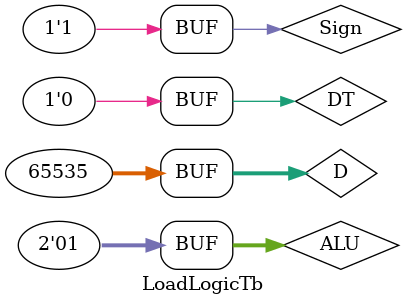
<source format=v>
`timescale 1ns / 1ps
/*
Objetivo:
	Probar que el modulo de la lógica en carga en registros del Register File.

Procedimiento:
	Se le asignan los siguientes valores a las entradas del módulo:
	
	D = 32'd65535;		// 2 Bytes en 0's y 2 Bytes en 1's 	
	ALU = 2'b01;		// Byte 1 
	Sign = 1'b1;		// Unsigned
	DT = 1'b0;			// lb
	
	Como resultado, debería obtenerse el Byte 1 del dato 65535 extendido en ceros, ya que Sign es 1.
	El byte 1 de la palabra 65535 son 8 bits en 1's y por lo tanto el resultado esperado en la salida sería 32'd255.
	ND = {{24{0}}, D[7:0]}
*/
module LoadLogicTb;

	// Inputs
	reg [31:0] D;
	reg [1:0] ALU;
	reg DT;
	reg Sign;
	// Outputs
	wire [31:0] ND;
	// Instantiate the Unit Under Test (UUT)
	LoadLogic uut (
		.D(D), 
		.ALU(ALU), 
		.DT(DT), 
		.Sign(Sign), 
		.ND(ND)
	);

	initial 
		begin
			// Initialize Inputs
			D = 0;
			ALU = 0;
			DT = 0;
			Sign = 0;
			// Wait 100 ns for global reset to finish
			#100;
			// Add stimulus here
			D = 32'd65535;		// 2 Bytes en 0's y 2 Bytes en 1's 	
			ALU = 2'b01;		// Byte 1 
			Sign = 1'b1;		// Unsigned
			DT = 1'b0;			// lb
		end
endmodule


</source>
